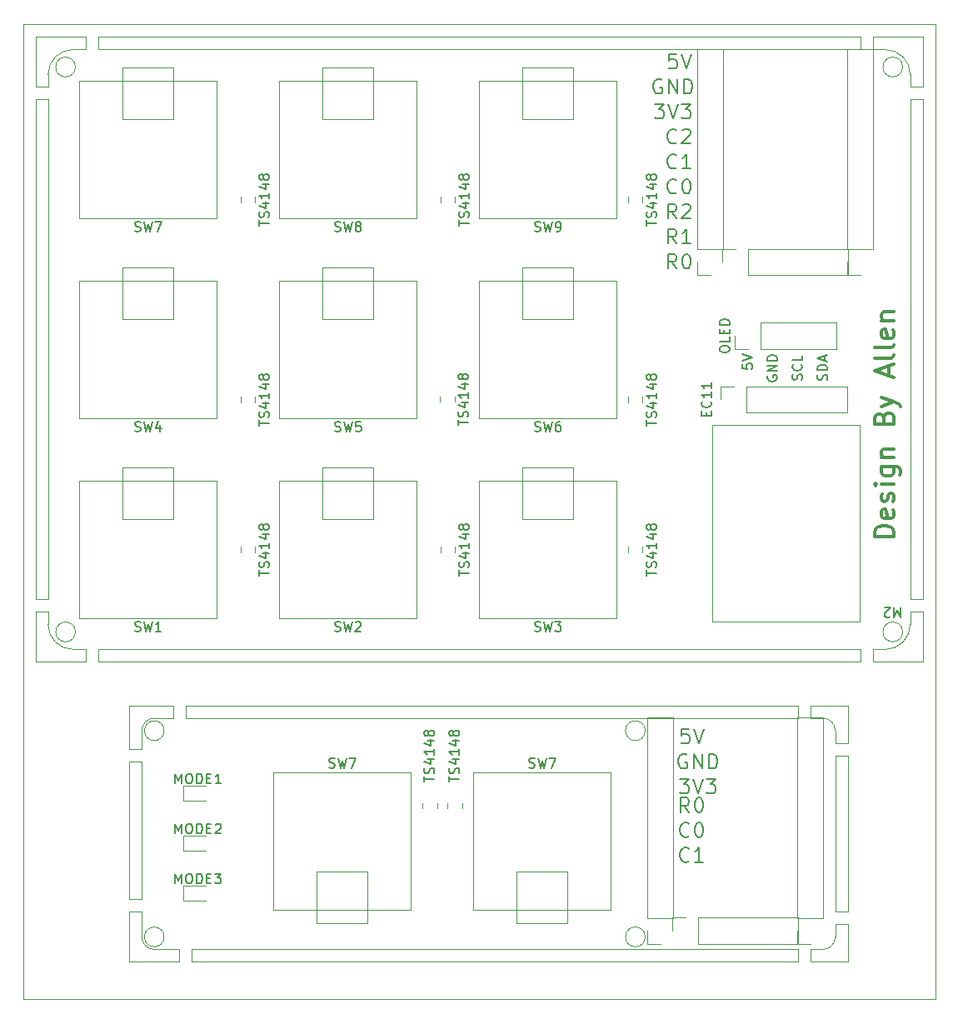
<source format=gbr>
%TF.GenerationSoftware,KiCad,Pcbnew,(6.0.5)*%
%TF.CreationDate,2022-06-14T18:11:56+08:00*%
%TF.ProjectId,keyboard_V4___,6b657962-6f61-4726-945f-56345f087f2e,rev?*%
%TF.SameCoordinates,Original*%
%TF.FileFunction,Legend,Top*%
%TF.FilePolarity,Positive*%
%FSLAX46Y46*%
G04 Gerber Fmt 4.6, Leading zero omitted, Abs format (unit mm)*
G04 Created by KiCad (PCBNEW (6.0.5)) date 2022-06-14 18:11:56*
%MOMM*%
%LPD*%
G01*
G04 APERTURE LIST*
%TA.AperFunction,Profile*%
%ADD10C,0.050000*%
%TD*%
%ADD11C,0.200000*%
%ADD12C,0.150000*%
%ADD13C,0.300000*%
%ADD14C,0.120000*%
G04 APERTURE END LIST*
D10*
X110490000Y-125095000D02*
G75*
G03*
X109220000Y-123825000I-1270000J0D01*
G01*
X40005000Y-146050000D02*
G75*
G03*
X41275000Y-147320000I1270000J0D01*
G01*
X119380000Y-60960000D02*
X118110000Y-60960000D01*
X114300000Y-116840000D02*
X114300000Y-118110000D01*
X30480000Y-113030000D02*
X30480000Y-114300000D01*
X106680000Y-148590000D02*
X106680000Y-147320000D01*
X44450000Y-122555000D02*
X44450000Y-123825000D01*
X40005000Y-125095000D02*
X40005000Y-127000000D01*
X111760000Y-148590000D02*
X111760000Y-144780000D01*
X43241538Y-103567747D02*
X38059938Y-103567747D01*
X38059938Y-103567747D02*
X38059938Y-98356147D01*
X38059938Y-98356147D02*
X43241538Y-98356147D01*
X43241538Y-98356147D02*
X43241538Y-103567747D01*
X110490000Y-126365000D02*
X110490000Y-125095000D01*
X109220000Y-147320000D02*
G75*
G03*
X110490000Y-146050000I0J1270000D01*
G01*
X119380000Y-111760000D02*
X119380000Y-60960000D01*
X113030000Y-55880000D02*
X35560000Y-55880000D01*
X118110000Y-111760000D02*
X119380000Y-111760000D01*
X57789200Y-139414200D02*
X62970800Y-139414200D01*
X62970800Y-139414200D02*
X62970800Y-144666600D01*
X62970800Y-144666600D02*
X57789200Y-144666600D01*
X57789200Y-144666600D02*
X57789200Y-139414200D01*
X113030000Y-55880000D02*
X113030000Y-54610000D01*
X29210000Y-54610000D02*
X29210000Y-59690000D01*
X107950000Y-147320000D02*
X107950000Y-148590000D01*
X35560000Y-116840000D02*
X35560000Y-118110000D01*
X34290000Y-54610000D02*
X34290000Y-55880000D01*
X83870800Y-83235800D02*
X78689200Y-83235800D01*
X78689200Y-83235800D02*
X78689200Y-78054200D01*
X78689200Y-78054200D02*
X83870800Y-78054200D01*
X83870800Y-78054200D02*
X83870800Y-83235800D01*
X40005000Y-128270000D02*
X40005000Y-142240000D01*
X27940000Y-53340000D02*
X120650000Y-53340000D01*
X120650000Y-53340000D02*
X120650000Y-152400000D01*
X120650000Y-152400000D02*
X27940000Y-152400000D01*
X27940000Y-152400000D02*
X27940000Y-53340000D01*
X40005000Y-143510000D02*
X40005000Y-146050000D01*
X114300000Y-55880000D02*
X114300000Y-54610000D01*
X117332000Y-57658000D02*
G75*
G03*
X117332000Y-57658000I-1000000J0D01*
G01*
X110490000Y-144780000D02*
X110490000Y-146050000D01*
X38735000Y-142240000D02*
X38735000Y-128270000D01*
X110490000Y-143510000D02*
X111760000Y-143510000D01*
X111760000Y-143510000D02*
X111760000Y-127635000D01*
X34290000Y-54610000D02*
X29210000Y-54610000D01*
X30480000Y-60960000D02*
X29210000Y-60960000D01*
X83876806Y-103618547D02*
X78695206Y-103618547D01*
X78695206Y-103618547D02*
X78695206Y-98315347D01*
X78695206Y-98315347D02*
X83876806Y-98315347D01*
X83876806Y-98315347D02*
X83876806Y-103618547D01*
X35560000Y-54610000D02*
X35560000Y-55880000D01*
X43241538Y-83255800D02*
X38059938Y-83255800D01*
X38059938Y-83255800D02*
X38059938Y-78054200D01*
X38059938Y-78054200D02*
X43241538Y-78054200D01*
X43241538Y-78054200D02*
X43241538Y-83255800D01*
X111760000Y-144780000D02*
X110490000Y-144780000D01*
X38735000Y-143510000D02*
X40005000Y-143510000D01*
X91170000Y-146050000D02*
G75*
G03*
X91170000Y-146050000I-1000000J0D01*
G01*
X30480000Y-59690000D02*
X30480000Y-58420000D01*
X29210000Y-60960000D02*
X29210000Y-111760000D01*
X119380000Y-54610000D02*
X119380000Y-59690000D01*
X63559172Y-83255800D02*
X58377572Y-83255800D01*
X58377572Y-83255800D02*
X58377572Y-78054200D01*
X58377572Y-78054200D02*
X63559172Y-78054200D01*
X63559172Y-78054200D02*
X63559172Y-83255800D01*
X63550800Y-103575000D02*
X58369200Y-103575000D01*
X58369200Y-103575000D02*
X58369200Y-98322600D01*
X58369200Y-98322600D02*
X63550800Y-98322600D01*
X63550800Y-98322600D02*
X63550800Y-103575000D01*
X33020000Y-55880000D02*
X34290000Y-55880000D01*
X43815000Y-148590000D02*
X43815000Y-147320000D01*
X119380000Y-118110000D02*
X119380000Y-113030000D01*
X43180000Y-123825000D02*
X41275000Y-123825000D01*
X115570000Y-55880000D02*
X114300000Y-55880000D01*
X117332000Y-115062000D02*
G75*
G03*
X117332000Y-115062000I-1000000J0D01*
G01*
X41275000Y-123825000D02*
G75*
G03*
X40005000Y-125095000I0J-1270000D01*
G01*
X40005000Y-127000000D02*
X38735000Y-127000000D01*
X114300000Y-54610000D02*
X119380000Y-54610000D01*
X78109200Y-139398800D02*
X83290800Y-139398800D01*
X83290800Y-139398800D02*
X83290800Y-144651200D01*
X83290800Y-144651200D02*
X78109200Y-144651200D01*
X78109200Y-144651200D02*
X78109200Y-139398800D01*
X118110000Y-60960000D02*
X118110000Y-111760000D01*
X113030000Y-54610000D02*
X35560000Y-54610000D01*
X30480000Y-60960000D02*
X30480000Y-111760000D01*
X106680000Y-147320000D02*
X45085000Y-147320000D01*
X44450000Y-123825000D02*
X106680000Y-123825000D01*
X30480000Y-114300000D02*
G75*
G03*
X33020000Y-116840000I2540000J0D01*
G01*
X42275000Y-125095000D02*
G75*
G03*
X42275000Y-125095000I-1000000J0D01*
G01*
X45085000Y-147320000D02*
X45085000Y-148590000D01*
X110490000Y-127635000D02*
X110490000Y-143510000D01*
X111760000Y-122555000D02*
X111760000Y-126365000D01*
X30480000Y-113030000D02*
X29210000Y-113030000D01*
X107950000Y-148590000D02*
X111760000Y-148590000D01*
X43230800Y-62935800D02*
X38049200Y-62935800D01*
X38049200Y-62935800D02*
X38049200Y-57714200D01*
X38049200Y-57714200D02*
X43230800Y-57714200D01*
X43230800Y-57714200D02*
X43230800Y-62935800D01*
X34290000Y-118110000D02*
X34290000Y-116840000D01*
X38735000Y-122555000D02*
X43180000Y-122555000D01*
X29210000Y-111760000D02*
X30480000Y-111760000D01*
X40005000Y-142240000D02*
X38735000Y-142240000D01*
X111760000Y-127635000D02*
X110490000Y-127635000D01*
X113030000Y-118110000D02*
X113030000Y-116840000D01*
X119380000Y-59690000D02*
X118110000Y-59690000D01*
X106680000Y-122555000D02*
X44450000Y-122555000D01*
X43815000Y-147320000D02*
X41275000Y-147320000D01*
X45085000Y-148590000D02*
X106680000Y-148590000D01*
X115570000Y-116840000D02*
X114300000Y-116840000D01*
X118110000Y-58420000D02*
X118110000Y-59690000D01*
X114300000Y-118110000D02*
X119380000Y-118110000D01*
X109220000Y-123825000D02*
X107950000Y-123825000D01*
X35560000Y-116840000D02*
X113030000Y-116840000D01*
X29210000Y-113030000D02*
X29210000Y-118110000D01*
X107950000Y-123825000D02*
X107950000Y-122555000D01*
X34290000Y-116840000D02*
X33020000Y-116840000D01*
X83870800Y-62925800D02*
X78689200Y-62925800D01*
X78689200Y-62925800D02*
X78689200Y-57683400D01*
X78689200Y-57683400D02*
X83870800Y-57683400D01*
X83870800Y-57683400D02*
X83870800Y-62925800D01*
X38735000Y-127000000D02*
X38735000Y-122555000D01*
X107950000Y-122555000D02*
X111760000Y-122555000D01*
X35560000Y-118110000D02*
X113030000Y-118110000D01*
X33258000Y-57658000D02*
G75*
G03*
X33258000Y-57658000I-1000000J0D01*
G01*
X38735000Y-143510000D02*
X38735000Y-148590000D01*
X91170000Y-125095000D02*
G75*
G03*
X91170000Y-125095000I-1000000J0D01*
G01*
X29210000Y-118110000D02*
X34290000Y-118110000D01*
X33020000Y-55880000D02*
G75*
G03*
X30480000Y-58420000I0J-2540000D01*
G01*
X118110000Y-58420000D02*
G75*
G03*
X115570000Y-55880000I-2540000J0D01*
G01*
X63550800Y-62935800D02*
X58369200Y-62935800D01*
X58369200Y-62935800D02*
X58369200Y-57714200D01*
X58369200Y-57714200D02*
X63550800Y-57714200D01*
X63550800Y-57714200D02*
X63550800Y-62935800D01*
X98000000Y-94000000D02*
X113000000Y-94000000D01*
X113000000Y-94000000D02*
X113000000Y-114000000D01*
X113000000Y-114000000D02*
X98000000Y-114000000D01*
X98000000Y-114000000D02*
X98000000Y-94000000D01*
X29210000Y-59690000D02*
X30480000Y-59690000D01*
X43180000Y-122555000D02*
X43180000Y-123825000D01*
X106680000Y-123825000D02*
X106680000Y-122555000D01*
X42275000Y-146050000D02*
G75*
G03*
X42275000Y-146050000I-1000000J0D01*
G01*
X118110000Y-113030000D02*
X118110000Y-114300000D01*
X115570000Y-116840000D02*
G75*
G03*
X118110000Y-114300000I0J2540000D01*
G01*
X33258000Y-115062000D02*
G75*
G03*
X33258000Y-115062000I-1000000J0D01*
G01*
X38735000Y-148590000D02*
X43815000Y-148590000D01*
X109220000Y-147320000D02*
X107950000Y-147320000D01*
X119380000Y-113030000D02*
X118110000Y-113030000D01*
X111760000Y-126365000D02*
X110490000Y-126365000D01*
X38735000Y-128270000D02*
X40005000Y-128270000D01*
D11*
X94365000Y-70385714D02*
X94293571Y-70457142D01*
X94079285Y-70528571D01*
X93936428Y-70528571D01*
X93722142Y-70457142D01*
X93579285Y-70314285D01*
X93507857Y-70171428D01*
X93436428Y-69885714D01*
X93436428Y-69671428D01*
X93507857Y-69385714D01*
X93579285Y-69242857D01*
X93722142Y-69100000D01*
X93936428Y-69028571D01*
X94079285Y-69028571D01*
X94293571Y-69100000D01*
X94365000Y-69171428D01*
X95293571Y-69028571D02*
X95436428Y-69028571D01*
X95579285Y-69100000D01*
X95650714Y-69171428D01*
X95722142Y-69314285D01*
X95793571Y-69600000D01*
X95793571Y-69957142D01*
X95722142Y-70242857D01*
X95650714Y-70385714D01*
X95579285Y-70457142D01*
X95436428Y-70528571D01*
X95293571Y-70528571D01*
X95150714Y-70457142D01*
X95079285Y-70385714D01*
X95007857Y-70242857D01*
X94936428Y-69957142D01*
X94936428Y-69600000D01*
X95007857Y-69314285D01*
X95079285Y-69171428D01*
X95150714Y-69100000D01*
X95293571Y-69028571D01*
X95635000Y-135790714D02*
X95563571Y-135862142D01*
X95349285Y-135933571D01*
X95206428Y-135933571D01*
X94992142Y-135862142D01*
X94849285Y-135719285D01*
X94777857Y-135576428D01*
X94706428Y-135290714D01*
X94706428Y-135076428D01*
X94777857Y-134790714D01*
X94849285Y-134647857D01*
X94992142Y-134505000D01*
X95206428Y-134433571D01*
X95349285Y-134433571D01*
X95563571Y-134505000D01*
X95635000Y-134576428D01*
X96563571Y-134433571D02*
X96706428Y-134433571D01*
X96849285Y-134505000D01*
X96920714Y-134576428D01*
X96992142Y-134719285D01*
X97063571Y-135005000D01*
X97063571Y-135362142D01*
X96992142Y-135647857D01*
X96920714Y-135790714D01*
X96849285Y-135862142D01*
X96706428Y-135933571D01*
X96563571Y-135933571D01*
X96420714Y-135862142D01*
X96349285Y-135790714D01*
X96277857Y-135647857D01*
X96206428Y-135362142D01*
X96206428Y-135005000D01*
X96277857Y-134719285D01*
X96349285Y-134576428D01*
X96420714Y-134505000D01*
X96563571Y-134433571D01*
X94365000Y-67845714D02*
X94293571Y-67917142D01*
X94079285Y-67988571D01*
X93936428Y-67988571D01*
X93722142Y-67917142D01*
X93579285Y-67774285D01*
X93507857Y-67631428D01*
X93436428Y-67345714D01*
X93436428Y-67131428D01*
X93507857Y-66845714D01*
X93579285Y-66702857D01*
X93722142Y-66560000D01*
X93936428Y-66488571D01*
X94079285Y-66488571D01*
X94293571Y-66560000D01*
X94365000Y-66631428D01*
X95793571Y-67988571D02*
X94936428Y-67988571D01*
X95365000Y-67988571D02*
X95365000Y-66488571D01*
X95222142Y-66702857D01*
X95079285Y-66845714D01*
X94936428Y-66917142D01*
X95635000Y-133393571D02*
X95135000Y-132679285D01*
X94777857Y-133393571D02*
X94777857Y-131893571D01*
X95349285Y-131893571D01*
X95492142Y-131965000D01*
X95563571Y-132036428D01*
X95635000Y-132179285D01*
X95635000Y-132393571D01*
X95563571Y-132536428D01*
X95492142Y-132607857D01*
X95349285Y-132679285D01*
X94777857Y-132679285D01*
X96563571Y-131893571D02*
X96706428Y-131893571D01*
X96849285Y-131965000D01*
X96920714Y-132036428D01*
X96992142Y-132179285D01*
X97063571Y-132465000D01*
X97063571Y-132822142D01*
X96992142Y-133107857D01*
X96920714Y-133250714D01*
X96849285Y-133322142D01*
X96706428Y-133393571D01*
X96563571Y-133393571D01*
X96420714Y-133322142D01*
X96349285Y-133250714D01*
X96277857Y-133107857D01*
X96206428Y-132822142D01*
X96206428Y-132465000D01*
X96277857Y-132179285D01*
X96349285Y-132036428D01*
X96420714Y-131965000D01*
X96563571Y-131893571D01*
X94365000Y-65305714D02*
X94293571Y-65377142D01*
X94079285Y-65448571D01*
X93936428Y-65448571D01*
X93722142Y-65377142D01*
X93579285Y-65234285D01*
X93507857Y-65091428D01*
X93436428Y-64805714D01*
X93436428Y-64591428D01*
X93507857Y-64305714D01*
X93579285Y-64162857D01*
X93722142Y-64020000D01*
X93936428Y-63948571D01*
X94079285Y-63948571D01*
X94293571Y-64020000D01*
X94365000Y-64091428D01*
X94936428Y-64091428D02*
X95007857Y-64020000D01*
X95150714Y-63948571D01*
X95507857Y-63948571D01*
X95650714Y-64020000D01*
X95722142Y-64091428D01*
X95793571Y-64234285D01*
X95793571Y-64377142D01*
X95722142Y-64591428D01*
X94865000Y-65448571D01*
X95793571Y-65448571D01*
X94365000Y-78148571D02*
X93865000Y-77434285D01*
X93507857Y-78148571D02*
X93507857Y-76648571D01*
X94079285Y-76648571D01*
X94222142Y-76720000D01*
X94293571Y-76791428D01*
X94365000Y-76934285D01*
X94365000Y-77148571D01*
X94293571Y-77291428D01*
X94222142Y-77362857D01*
X94079285Y-77434285D01*
X93507857Y-77434285D01*
X95293571Y-76648571D02*
X95436428Y-76648571D01*
X95579285Y-76720000D01*
X95650714Y-76791428D01*
X95722142Y-76934285D01*
X95793571Y-77220000D01*
X95793571Y-77577142D01*
X95722142Y-77862857D01*
X95650714Y-78005714D01*
X95579285Y-78077142D01*
X95436428Y-78148571D01*
X95293571Y-78148571D01*
X95150714Y-78077142D01*
X95079285Y-78005714D01*
X95007857Y-77862857D01*
X94936428Y-77577142D01*
X94936428Y-77220000D01*
X95007857Y-76934285D01*
X95079285Y-76791428D01*
X95150714Y-76720000D01*
X95293571Y-76648571D01*
D12*
X103640000Y-89026904D02*
X103592380Y-89122142D01*
X103592380Y-89265000D01*
X103640000Y-89407857D01*
X103735238Y-89503095D01*
X103830476Y-89550714D01*
X104020952Y-89598333D01*
X104163809Y-89598333D01*
X104354285Y-89550714D01*
X104449523Y-89503095D01*
X104544761Y-89407857D01*
X104592380Y-89265000D01*
X104592380Y-89169761D01*
X104544761Y-89026904D01*
X104497142Y-88979285D01*
X104163809Y-88979285D01*
X104163809Y-89169761D01*
X104592380Y-88550714D02*
X103592380Y-88550714D01*
X104592380Y-87979285D01*
X103592380Y-87979285D01*
X104592380Y-87503095D02*
X103592380Y-87503095D01*
X103592380Y-87265000D01*
X103640000Y-87122142D01*
X103735238Y-87026904D01*
X103830476Y-86979285D01*
X104020952Y-86931666D01*
X104163809Y-86931666D01*
X104354285Y-86979285D01*
X104449523Y-87026904D01*
X104544761Y-87122142D01*
X104592380Y-87265000D01*
X104592380Y-87503095D01*
D13*
X116474761Y-105408571D02*
X114474761Y-105408571D01*
X114474761Y-104932380D01*
X114570000Y-104646666D01*
X114760476Y-104456190D01*
X114950952Y-104360952D01*
X115331904Y-104265714D01*
X115617619Y-104265714D01*
X115998571Y-104360952D01*
X116189047Y-104456190D01*
X116379523Y-104646666D01*
X116474761Y-104932380D01*
X116474761Y-105408571D01*
X116379523Y-102646666D02*
X116474761Y-102837142D01*
X116474761Y-103218095D01*
X116379523Y-103408571D01*
X116189047Y-103503809D01*
X115427142Y-103503809D01*
X115236666Y-103408571D01*
X115141428Y-103218095D01*
X115141428Y-102837142D01*
X115236666Y-102646666D01*
X115427142Y-102551428D01*
X115617619Y-102551428D01*
X115808095Y-103503809D01*
X116379523Y-101789523D02*
X116474761Y-101599047D01*
X116474761Y-101218095D01*
X116379523Y-101027619D01*
X116189047Y-100932380D01*
X116093809Y-100932380D01*
X115903333Y-101027619D01*
X115808095Y-101218095D01*
X115808095Y-101503809D01*
X115712857Y-101694285D01*
X115522380Y-101789523D01*
X115427142Y-101789523D01*
X115236666Y-101694285D01*
X115141428Y-101503809D01*
X115141428Y-101218095D01*
X115236666Y-101027619D01*
X116474761Y-100075238D02*
X115141428Y-100075238D01*
X114474761Y-100075238D02*
X114570000Y-100170476D01*
X114665238Y-100075238D01*
X114570000Y-99980000D01*
X114474761Y-100075238D01*
X114665238Y-100075238D01*
X115141428Y-98265714D02*
X116760476Y-98265714D01*
X116950952Y-98360952D01*
X117046190Y-98456190D01*
X117141428Y-98646666D01*
X117141428Y-98932380D01*
X117046190Y-99122857D01*
X116379523Y-98265714D02*
X116474761Y-98456190D01*
X116474761Y-98837142D01*
X116379523Y-99027619D01*
X116284285Y-99122857D01*
X116093809Y-99218095D01*
X115522380Y-99218095D01*
X115331904Y-99122857D01*
X115236666Y-99027619D01*
X115141428Y-98837142D01*
X115141428Y-98456190D01*
X115236666Y-98265714D01*
X115141428Y-97313333D02*
X116474761Y-97313333D01*
X115331904Y-97313333D02*
X115236666Y-97218095D01*
X115141428Y-97027619D01*
X115141428Y-96741904D01*
X115236666Y-96551428D01*
X115427142Y-96456190D01*
X116474761Y-96456190D01*
X115427142Y-93313333D02*
X115522380Y-93027619D01*
X115617619Y-92932380D01*
X115808095Y-92837142D01*
X116093809Y-92837142D01*
X116284285Y-92932380D01*
X116379523Y-93027619D01*
X116474761Y-93218095D01*
X116474761Y-93980000D01*
X114474761Y-93980000D01*
X114474761Y-93313333D01*
X114570000Y-93122857D01*
X114665238Y-93027619D01*
X114855714Y-92932380D01*
X115046190Y-92932380D01*
X115236666Y-93027619D01*
X115331904Y-93122857D01*
X115427142Y-93313333D01*
X115427142Y-93980000D01*
X115141428Y-92170476D02*
X116474761Y-91694285D01*
X115141428Y-91218095D02*
X116474761Y-91694285D01*
X116950952Y-91884761D01*
X117046190Y-91980000D01*
X117141428Y-92170476D01*
X115903333Y-89027619D02*
X115903333Y-88075238D01*
X116474761Y-89218095D02*
X114474761Y-88551428D01*
X116474761Y-87884761D01*
X116474761Y-86932380D02*
X116379523Y-87122857D01*
X116189047Y-87218095D01*
X114474761Y-87218095D01*
X116474761Y-85884761D02*
X116379523Y-86075238D01*
X116189047Y-86170476D01*
X114474761Y-86170476D01*
X116379523Y-84360952D02*
X116474761Y-84551428D01*
X116474761Y-84932380D01*
X116379523Y-85122857D01*
X116189047Y-85218095D01*
X115427142Y-85218095D01*
X115236666Y-85122857D01*
X115141428Y-84932380D01*
X115141428Y-84551428D01*
X115236666Y-84360952D01*
X115427142Y-84265714D01*
X115617619Y-84265714D01*
X115808095Y-85218095D01*
X115141428Y-83408571D02*
X116474761Y-83408571D01*
X115331904Y-83408571D02*
X115236666Y-83313333D01*
X115141428Y-83122857D01*
X115141428Y-82837142D01*
X115236666Y-82646666D01*
X115427142Y-82551428D01*
X116474761Y-82551428D01*
D12*
X107073959Y-89455476D02*
X107121578Y-89312619D01*
X107121578Y-89074523D01*
X107073959Y-88979285D01*
X107026340Y-88931666D01*
X106931102Y-88884047D01*
X106835864Y-88884047D01*
X106740626Y-88931666D01*
X106693007Y-88979285D01*
X106645388Y-89074523D01*
X106597769Y-89265000D01*
X106550150Y-89360238D01*
X106502531Y-89407857D01*
X106407293Y-89455476D01*
X106312055Y-89455476D01*
X106216817Y-89407857D01*
X106169198Y-89360238D01*
X106121578Y-89265000D01*
X106121578Y-89026904D01*
X106169198Y-88884047D01*
X107026340Y-87884047D02*
X107073959Y-87931666D01*
X107121578Y-88074523D01*
X107121578Y-88169761D01*
X107073959Y-88312619D01*
X106978721Y-88407857D01*
X106883483Y-88455476D01*
X106693007Y-88503095D01*
X106550150Y-88503095D01*
X106359674Y-88455476D01*
X106264436Y-88407857D01*
X106169198Y-88312619D01*
X106121578Y-88169761D01*
X106121578Y-88074523D01*
X106169198Y-87931666D01*
X106216817Y-87884047D01*
X107121578Y-86979285D02*
X107121578Y-87455476D01*
X106121578Y-87455476D01*
X117141523Y-112577619D02*
X117141523Y-113577619D01*
X116808190Y-112863333D01*
X116474857Y-113577619D01*
X116474857Y-112577619D01*
X116046285Y-113482380D02*
X115998666Y-113530000D01*
X115903428Y-113577619D01*
X115665333Y-113577619D01*
X115570095Y-113530000D01*
X115522476Y-113482380D01*
X115474857Y-113387142D01*
X115474857Y-113291904D01*
X115522476Y-113149047D01*
X116093904Y-112577619D01*
X115474857Y-112577619D01*
D11*
X95377142Y-127520000D02*
X95234285Y-127448571D01*
X95020000Y-127448571D01*
X94805714Y-127520000D01*
X94662857Y-127662857D01*
X94591428Y-127805714D01*
X94520000Y-128091428D01*
X94520000Y-128305714D01*
X94591428Y-128591428D01*
X94662857Y-128734285D01*
X94805714Y-128877142D01*
X95020000Y-128948571D01*
X95162857Y-128948571D01*
X95377142Y-128877142D01*
X95448571Y-128805714D01*
X95448571Y-128305714D01*
X95162857Y-128305714D01*
X96091428Y-128948571D02*
X96091428Y-127448571D01*
X96948571Y-128948571D01*
X96948571Y-127448571D01*
X97662857Y-128948571D02*
X97662857Y-127448571D01*
X98020000Y-127448571D01*
X98234285Y-127520000D01*
X98377142Y-127662857D01*
X98448571Y-127805714D01*
X98520000Y-128091428D01*
X98520000Y-128305714D01*
X98448571Y-128591428D01*
X98377142Y-128734285D01*
X98234285Y-128877142D01*
X98020000Y-128948571D01*
X97662857Y-128948571D01*
X92122857Y-61408571D02*
X93051428Y-61408571D01*
X92551428Y-61980000D01*
X92765714Y-61980000D01*
X92908571Y-62051428D01*
X92980000Y-62122857D01*
X93051428Y-62265714D01*
X93051428Y-62622857D01*
X92980000Y-62765714D01*
X92908571Y-62837142D01*
X92765714Y-62908571D01*
X92337142Y-62908571D01*
X92194285Y-62837142D01*
X92122857Y-62765714D01*
X93480000Y-61408571D02*
X93980000Y-62908571D01*
X94480000Y-61408571D01*
X94837142Y-61408571D02*
X95765714Y-61408571D01*
X95265714Y-61980000D01*
X95480000Y-61980000D01*
X95622857Y-62051428D01*
X95694285Y-62122857D01*
X95765714Y-62265714D01*
X95765714Y-62622857D01*
X95694285Y-62765714D01*
X95622857Y-62837142D01*
X95480000Y-62908571D01*
X95051428Y-62908571D01*
X94908571Y-62837142D01*
X94837142Y-62765714D01*
D12*
X109637525Y-89479285D02*
X109685144Y-89336428D01*
X109685144Y-89098333D01*
X109637525Y-89003095D01*
X109589906Y-88955476D01*
X109494668Y-88907857D01*
X109399430Y-88907857D01*
X109304192Y-88955476D01*
X109256573Y-89003095D01*
X109208954Y-89098333D01*
X109161335Y-89288809D01*
X109113716Y-89384047D01*
X109066097Y-89431666D01*
X108970859Y-89479285D01*
X108875621Y-89479285D01*
X108780383Y-89431666D01*
X108732764Y-89384047D01*
X108685144Y-89288809D01*
X108685144Y-89050714D01*
X108732764Y-88907857D01*
X109685144Y-88479285D02*
X108685144Y-88479285D01*
X108685144Y-88241190D01*
X108732764Y-88098333D01*
X108828002Y-88003095D01*
X108923240Y-87955476D01*
X109113716Y-87907857D01*
X109256573Y-87907857D01*
X109447049Y-87955476D01*
X109542287Y-88003095D01*
X109637525Y-88098333D01*
X109685144Y-88241190D01*
X109685144Y-88479285D01*
X109399430Y-87526904D02*
X109399430Y-87050714D01*
X109685144Y-87622142D02*
X108685144Y-87288809D01*
X109685144Y-86955476D01*
D11*
X94662857Y-129988571D02*
X95591428Y-129988571D01*
X95091428Y-130560000D01*
X95305714Y-130560000D01*
X95448571Y-130631428D01*
X95520000Y-130702857D01*
X95591428Y-130845714D01*
X95591428Y-131202857D01*
X95520000Y-131345714D01*
X95448571Y-131417142D01*
X95305714Y-131488571D01*
X94877142Y-131488571D01*
X94734285Y-131417142D01*
X94662857Y-131345714D01*
X96020000Y-129988571D02*
X96520000Y-131488571D01*
X97020000Y-129988571D01*
X97377142Y-129988571D02*
X98305714Y-129988571D01*
X97805714Y-130560000D01*
X98020000Y-130560000D01*
X98162857Y-130631428D01*
X98234285Y-130702857D01*
X98305714Y-130845714D01*
X98305714Y-131202857D01*
X98234285Y-131345714D01*
X98162857Y-131417142D01*
X98020000Y-131488571D01*
X97591428Y-131488571D01*
X97448571Y-131417142D01*
X97377142Y-131345714D01*
X94365000Y-73068571D02*
X93865000Y-72354285D01*
X93507857Y-73068571D02*
X93507857Y-71568571D01*
X94079285Y-71568571D01*
X94222142Y-71640000D01*
X94293571Y-71711428D01*
X94365000Y-71854285D01*
X94365000Y-72068571D01*
X94293571Y-72211428D01*
X94222142Y-72282857D01*
X94079285Y-72354285D01*
X93507857Y-72354285D01*
X94936428Y-71711428D02*
X95007857Y-71640000D01*
X95150714Y-71568571D01*
X95507857Y-71568571D01*
X95650714Y-71640000D01*
X95722142Y-71711428D01*
X95793571Y-71854285D01*
X95793571Y-71997142D01*
X95722142Y-72211428D01*
X94865000Y-73068571D01*
X95793571Y-73068571D01*
X95599285Y-124908571D02*
X94885000Y-124908571D01*
X94813571Y-125622857D01*
X94885000Y-125551428D01*
X95027857Y-125480000D01*
X95385000Y-125480000D01*
X95527857Y-125551428D01*
X95599285Y-125622857D01*
X95670714Y-125765714D01*
X95670714Y-126122857D01*
X95599285Y-126265714D01*
X95527857Y-126337142D01*
X95385000Y-126408571D01*
X95027857Y-126408571D01*
X94885000Y-126337142D01*
X94813571Y-126265714D01*
X96099285Y-124908571D02*
X96599285Y-126408571D01*
X97099285Y-124908571D01*
X95635000Y-138330714D02*
X95563571Y-138402142D01*
X95349285Y-138473571D01*
X95206428Y-138473571D01*
X94992142Y-138402142D01*
X94849285Y-138259285D01*
X94777857Y-138116428D01*
X94706428Y-137830714D01*
X94706428Y-137616428D01*
X94777857Y-137330714D01*
X94849285Y-137187857D01*
X94992142Y-137045000D01*
X95206428Y-136973571D01*
X95349285Y-136973571D01*
X95563571Y-137045000D01*
X95635000Y-137116428D01*
X97063571Y-138473571D02*
X96206428Y-138473571D01*
X96635000Y-138473571D02*
X96635000Y-136973571D01*
X96492142Y-137187857D01*
X96349285Y-137330714D01*
X96206428Y-137402142D01*
D12*
X101062380Y-87820476D02*
X101062380Y-88296666D01*
X101538571Y-88344285D01*
X101490952Y-88296666D01*
X101443333Y-88201428D01*
X101443333Y-87963333D01*
X101490952Y-87868095D01*
X101538571Y-87820476D01*
X101633809Y-87772857D01*
X101871904Y-87772857D01*
X101967142Y-87820476D01*
X102014761Y-87868095D01*
X102062380Y-87963333D01*
X102062380Y-88201428D01*
X102014761Y-88296666D01*
X101967142Y-88344285D01*
X101062380Y-87487142D02*
X102062380Y-87153809D01*
X101062380Y-86820476D01*
D11*
X92837142Y-58940000D02*
X92694285Y-58868571D01*
X92480000Y-58868571D01*
X92265714Y-58940000D01*
X92122857Y-59082857D01*
X92051428Y-59225714D01*
X91980000Y-59511428D01*
X91980000Y-59725714D01*
X92051428Y-60011428D01*
X92122857Y-60154285D01*
X92265714Y-60297142D01*
X92480000Y-60368571D01*
X92622857Y-60368571D01*
X92837142Y-60297142D01*
X92908571Y-60225714D01*
X92908571Y-59725714D01*
X92622857Y-59725714D01*
X93551428Y-60368571D02*
X93551428Y-58868571D01*
X94408571Y-60368571D01*
X94408571Y-58868571D01*
X95122857Y-60368571D02*
X95122857Y-58868571D01*
X95480000Y-58868571D01*
X95694285Y-58940000D01*
X95837142Y-59082857D01*
X95908571Y-59225714D01*
X95980000Y-59511428D01*
X95980000Y-59725714D01*
X95908571Y-60011428D01*
X95837142Y-60154285D01*
X95694285Y-60297142D01*
X95480000Y-60368571D01*
X95122857Y-60368571D01*
X94365000Y-75608571D02*
X93865000Y-74894285D01*
X93507857Y-75608571D02*
X93507857Y-74108571D01*
X94079285Y-74108571D01*
X94222142Y-74180000D01*
X94293571Y-74251428D01*
X94365000Y-74394285D01*
X94365000Y-74608571D01*
X94293571Y-74751428D01*
X94222142Y-74822857D01*
X94079285Y-74894285D01*
X93507857Y-74894285D01*
X95793571Y-75608571D02*
X94936428Y-75608571D01*
X95365000Y-75608571D02*
X95365000Y-74108571D01*
X95222142Y-74322857D01*
X95079285Y-74465714D01*
X94936428Y-74537142D01*
X94329285Y-56328571D02*
X93615000Y-56328571D01*
X93543571Y-57042857D01*
X93615000Y-56971428D01*
X93757857Y-56900000D01*
X94115000Y-56900000D01*
X94257857Y-56971428D01*
X94329285Y-57042857D01*
X94400714Y-57185714D01*
X94400714Y-57542857D01*
X94329285Y-57685714D01*
X94257857Y-57757142D01*
X94115000Y-57828571D01*
X93757857Y-57828571D01*
X93615000Y-57757142D01*
X93543571Y-57685714D01*
X94829285Y-56328571D02*
X95329285Y-57828571D01*
X95829285Y-56328571D01*
D12*
%TO.C,MODE\uFF13*%
X43386666Y-140627380D02*
X43386666Y-139627380D01*
X43720000Y-140341666D01*
X44053333Y-139627380D01*
X44053333Y-140627380D01*
X44720000Y-139627380D02*
X44910476Y-139627380D01*
X45005714Y-139675000D01*
X45100952Y-139770238D01*
X45148571Y-139960714D01*
X45148571Y-140294047D01*
X45100952Y-140484523D01*
X45005714Y-140579761D01*
X44910476Y-140627380D01*
X44720000Y-140627380D01*
X44624761Y-140579761D01*
X44529523Y-140484523D01*
X44481904Y-140294047D01*
X44481904Y-139960714D01*
X44529523Y-139770238D01*
X44624761Y-139675000D01*
X44720000Y-139627380D01*
X45577142Y-140627380D02*
X45577142Y-139627380D01*
X45815238Y-139627380D01*
X45958095Y-139675000D01*
X46053333Y-139770238D01*
X46100952Y-139865476D01*
X46148571Y-140055952D01*
X46148571Y-140198809D01*
X46100952Y-140389285D01*
X46053333Y-140484523D01*
X45958095Y-140579761D01*
X45815238Y-140627380D01*
X45577142Y-140627380D01*
X46577142Y-140103571D02*
X46910476Y-140103571D01*
X47053333Y-140627380D02*
X46577142Y-140627380D01*
X46577142Y-139627380D01*
X47053333Y-139627380D01*
X47434285Y-139627380D02*
X48053333Y-139627380D01*
X47720000Y-140008333D01*
X47862857Y-140008333D01*
X47958095Y-140055952D01*
X48005714Y-140103571D01*
X48053333Y-140198809D01*
X48053333Y-140436904D01*
X48005714Y-140532142D01*
X47958095Y-140579761D01*
X47862857Y-140627380D01*
X47577142Y-140627380D01*
X47481904Y-140579761D01*
X47434285Y-140532142D01*
%TO.C,MODE\uFF12*%
X43386666Y-135547380D02*
X43386666Y-134547380D01*
X43720000Y-135261666D01*
X44053333Y-134547380D01*
X44053333Y-135547380D01*
X44720000Y-134547380D02*
X44910476Y-134547380D01*
X45005714Y-134595000D01*
X45100952Y-134690238D01*
X45148571Y-134880714D01*
X45148571Y-135214047D01*
X45100952Y-135404523D01*
X45005714Y-135499761D01*
X44910476Y-135547380D01*
X44720000Y-135547380D01*
X44624761Y-135499761D01*
X44529523Y-135404523D01*
X44481904Y-135214047D01*
X44481904Y-134880714D01*
X44529523Y-134690238D01*
X44624761Y-134595000D01*
X44720000Y-134547380D01*
X45577142Y-135547380D02*
X45577142Y-134547380D01*
X45815238Y-134547380D01*
X45958095Y-134595000D01*
X46053333Y-134690238D01*
X46100952Y-134785476D01*
X46148571Y-134975952D01*
X46148571Y-135118809D01*
X46100952Y-135309285D01*
X46053333Y-135404523D01*
X45958095Y-135499761D01*
X45815238Y-135547380D01*
X45577142Y-135547380D01*
X46577142Y-135023571D02*
X46910476Y-135023571D01*
X47053333Y-135547380D02*
X46577142Y-135547380D01*
X46577142Y-134547380D01*
X47053333Y-134547380D01*
X47481904Y-134642619D02*
X47529523Y-134595000D01*
X47624761Y-134547380D01*
X47862857Y-134547380D01*
X47958095Y-134595000D01*
X48005714Y-134642619D01*
X48053333Y-134737857D01*
X48053333Y-134833095D01*
X48005714Y-134975952D01*
X47434285Y-135547380D01*
X48053333Y-135547380D01*
%TO.C,MODE\uFF11*%
X43386666Y-130467380D02*
X43386666Y-129467380D01*
X43720000Y-130181666D01*
X44053333Y-129467380D01*
X44053333Y-130467380D01*
X44720000Y-129467380D02*
X44910476Y-129467380D01*
X45005714Y-129515000D01*
X45100952Y-129610238D01*
X45148571Y-129800714D01*
X45148571Y-130134047D01*
X45100952Y-130324523D01*
X45005714Y-130419761D01*
X44910476Y-130467380D01*
X44720000Y-130467380D01*
X44624761Y-130419761D01*
X44529523Y-130324523D01*
X44481904Y-130134047D01*
X44481904Y-129800714D01*
X44529523Y-129610238D01*
X44624761Y-129515000D01*
X44720000Y-129467380D01*
X45577142Y-130467380D02*
X45577142Y-129467380D01*
X45815238Y-129467380D01*
X45958095Y-129515000D01*
X46053333Y-129610238D01*
X46100952Y-129705476D01*
X46148571Y-129895952D01*
X46148571Y-130038809D01*
X46100952Y-130229285D01*
X46053333Y-130324523D01*
X45958095Y-130419761D01*
X45815238Y-130467380D01*
X45577142Y-130467380D01*
X46577142Y-129943571D02*
X46910476Y-129943571D01*
X47053333Y-130467380D02*
X46577142Y-130467380D01*
X46577142Y-129467380D01*
X47053333Y-129467380D01*
X48053333Y-130467380D02*
X47481904Y-130467380D01*
X47767619Y-130467380D02*
X47767619Y-129467380D01*
X47672380Y-129610238D01*
X47577142Y-129705476D01*
X47481904Y-129753095D01*
%TO.C,TS4148*%
X72179057Y-94067909D02*
X72179057Y-93496481D01*
X73179057Y-93782195D02*
X72179057Y-93782195D01*
X73131438Y-93210766D02*
X73179057Y-93067909D01*
X73179057Y-92829814D01*
X73131438Y-92734576D01*
X73083819Y-92686957D01*
X72988581Y-92639338D01*
X72893343Y-92639338D01*
X72798105Y-92686957D01*
X72750486Y-92734576D01*
X72702867Y-92829814D01*
X72655248Y-93020290D01*
X72607629Y-93115528D01*
X72560010Y-93163147D01*
X72464772Y-93210766D01*
X72369534Y-93210766D01*
X72274296Y-93163147D01*
X72226677Y-93115528D01*
X72179057Y-93020290D01*
X72179057Y-92782195D01*
X72226677Y-92639338D01*
X72512391Y-91782195D02*
X73179057Y-91782195D01*
X72131438Y-92020290D02*
X72845724Y-92258385D01*
X72845724Y-91639338D01*
X73179057Y-90734576D02*
X73179057Y-91306004D01*
X73179057Y-91020290D02*
X72179057Y-91020290D01*
X72321915Y-91115528D01*
X72417153Y-91210766D01*
X72464772Y-91306004D01*
X72512391Y-89877433D02*
X73179057Y-89877433D01*
X72131438Y-90115528D02*
X72845724Y-90353623D01*
X72845724Y-89734576D01*
X72607629Y-89210766D02*
X72560010Y-89306004D01*
X72512391Y-89353623D01*
X72417153Y-89401243D01*
X72369534Y-89401243D01*
X72274296Y-89353623D01*
X72226677Y-89306004D01*
X72179057Y-89210766D01*
X72179057Y-89020290D01*
X72226677Y-88925052D01*
X72274296Y-88877433D01*
X72369534Y-88829814D01*
X72417153Y-88829814D01*
X72512391Y-88877433D01*
X72560010Y-88925052D01*
X72607629Y-89020290D01*
X72607629Y-89210766D01*
X72655248Y-89306004D01*
X72702867Y-89353623D01*
X72798105Y-89401243D01*
X72988581Y-89401243D01*
X73083819Y-89353623D01*
X73131438Y-89306004D01*
X73179057Y-89210766D01*
X73179057Y-89020290D01*
X73131438Y-88925052D01*
X73083819Y-88877433D01*
X72988581Y-88829814D01*
X72798105Y-88829814D01*
X72702867Y-88877433D01*
X72655248Y-88925052D01*
X72607629Y-89020290D01*
%TO.C,SW7*%
X39306666Y-74318761D02*
X39449523Y-74366380D01*
X39687619Y-74366380D01*
X39782857Y-74318761D01*
X39830476Y-74271142D01*
X39878095Y-74175904D01*
X39878095Y-74080666D01*
X39830476Y-73985428D01*
X39782857Y-73937809D01*
X39687619Y-73890190D01*
X39497142Y-73842571D01*
X39401904Y-73794952D01*
X39354285Y-73747333D01*
X39306666Y-73652095D01*
X39306666Y-73556857D01*
X39354285Y-73461619D01*
X39401904Y-73414000D01*
X39497142Y-73366380D01*
X39735238Y-73366380D01*
X39878095Y-73414000D01*
X40211428Y-73366380D02*
X40449523Y-74366380D01*
X40640000Y-73652095D01*
X40830476Y-74366380D01*
X41068571Y-73366380D01*
X41354285Y-73366380D02*
X42020952Y-73366380D01*
X41592380Y-74366380D01*
%TO.C,SW8*%
X59626666Y-74318761D02*
X59769523Y-74366380D01*
X60007619Y-74366380D01*
X60102857Y-74318761D01*
X60150476Y-74271142D01*
X60198095Y-74175904D01*
X60198095Y-74080666D01*
X60150476Y-73985428D01*
X60102857Y-73937809D01*
X60007619Y-73890190D01*
X59817142Y-73842571D01*
X59721904Y-73794952D01*
X59674285Y-73747333D01*
X59626666Y-73652095D01*
X59626666Y-73556857D01*
X59674285Y-73461619D01*
X59721904Y-73414000D01*
X59817142Y-73366380D01*
X60055238Y-73366380D01*
X60198095Y-73414000D01*
X60531428Y-73366380D02*
X60769523Y-74366380D01*
X60960000Y-73652095D01*
X61150476Y-74366380D01*
X61388571Y-73366380D01*
X61912380Y-73794952D02*
X61817142Y-73747333D01*
X61769523Y-73699714D01*
X61721904Y-73604476D01*
X61721904Y-73556857D01*
X61769523Y-73461619D01*
X61817142Y-73414000D01*
X61912380Y-73366380D01*
X62102857Y-73366380D01*
X62198095Y-73414000D01*
X62245714Y-73461619D01*
X62293333Y-73556857D01*
X62293333Y-73604476D01*
X62245714Y-73699714D01*
X62198095Y-73747333D01*
X62102857Y-73794952D01*
X61912380Y-73794952D01*
X61817142Y-73842571D01*
X61769523Y-73890190D01*
X61721904Y-73985428D01*
X61721904Y-74175904D01*
X61769523Y-74271142D01*
X61817142Y-74318761D01*
X61912380Y-74366380D01*
X62102857Y-74366380D01*
X62198095Y-74318761D01*
X62245714Y-74271142D01*
X62293333Y-74175904D01*
X62293333Y-73985428D01*
X62245714Y-73890190D01*
X62198095Y-73842571D01*
X62102857Y-73794952D01*
%TO.C,TS4148*%
X51932380Y-73786666D02*
X51932380Y-73215238D01*
X52932380Y-73500952D02*
X51932380Y-73500952D01*
X52884761Y-72929523D02*
X52932380Y-72786666D01*
X52932380Y-72548571D01*
X52884761Y-72453333D01*
X52837142Y-72405714D01*
X52741904Y-72358095D01*
X52646666Y-72358095D01*
X52551428Y-72405714D01*
X52503809Y-72453333D01*
X52456190Y-72548571D01*
X52408571Y-72739047D01*
X52360952Y-72834285D01*
X52313333Y-72881904D01*
X52218095Y-72929523D01*
X52122857Y-72929523D01*
X52027619Y-72881904D01*
X51980000Y-72834285D01*
X51932380Y-72739047D01*
X51932380Y-72500952D01*
X51980000Y-72358095D01*
X52265714Y-71500952D02*
X52932380Y-71500952D01*
X51884761Y-71739047D02*
X52599047Y-71977142D01*
X52599047Y-71358095D01*
X52932380Y-70453333D02*
X52932380Y-71024761D01*
X52932380Y-70739047D02*
X51932380Y-70739047D01*
X52075238Y-70834285D01*
X52170476Y-70929523D01*
X52218095Y-71024761D01*
X52265714Y-69596190D02*
X52932380Y-69596190D01*
X51884761Y-69834285D02*
X52599047Y-70072380D01*
X52599047Y-69453333D01*
X52360952Y-68929523D02*
X52313333Y-69024761D01*
X52265714Y-69072380D01*
X52170476Y-69120000D01*
X52122857Y-69120000D01*
X52027619Y-69072380D01*
X51980000Y-69024761D01*
X51932380Y-68929523D01*
X51932380Y-68739047D01*
X51980000Y-68643809D01*
X52027619Y-68596190D01*
X52122857Y-68548571D01*
X52170476Y-68548571D01*
X52265714Y-68596190D01*
X52313333Y-68643809D01*
X52360952Y-68739047D01*
X52360952Y-68929523D01*
X52408571Y-69024761D01*
X52456190Y-69072380D01*
X52551428Y-69120000D01*
X52741904Y-69120000D01*
X52837142Y-69072380D01*
X52884761Y-69024761D01*
X52932380Y-68929523D01*
X52932380Y-68739047D01*
X52884761Y-68643809D01*
X52837142Y-68596190D01*
X52741904Y-68548571D01*
X52551428Y-68548571D01*
X52456190Y-68596190D01*
X52408571Y-68643809D01*
X52360952Y-68739047D01*
X72252380Y-109346666D02*
X72252380Y-108775238D01*
X73252380Y-109060952D02*
X72252380Y-109060952D01*
X73204761Y-108489523D02*
X73252380Y-108346666D01*
X73252380Y-108108571D01*
X73204761Y-108013333D01*
X73157142Y-107965714D01*
X73061904Y-107918095D01*
X72966666Y-107918095D01*
X72871428Y-107965714D01*
X72823809Y-108013333D01*
X72776190Y-108108571D01*
X72728571Y-108299047D01*
X72680952Y-108394285D01*
X72633333Y-108441904D01*
X72538095Y-108489523D01*
X72442857Y-108489523D01*
X72347619Y-108441904D01*
X72300000Y-108394285D01*
X72252380Y-108299047D01*
X72252380Y-108060952D01*
X72300000Y-107918095D01*
X72585714Y-107060952D02*
X73252380Y-107060952D01*
X72204761Y-107299047D02*
X72919047Y-107537142D01*
X72919047Y-106918095D01*
X73252380Y-106013333D02*
X73252380Y-106584761D01*
X73252380Y-106299047D02*
X72252380Y-106299047D01*
X72395238Y-106394285D01*
X72490476Y-106489523D01*
X72538095Y-106584761D01*
X72585714Y-105156190D02*
X73252380Y-105156190D01*
X72204761Y-105394285D02*
X72919047Y-105632380D01*
X72919047Y-105013333D01*
X72680952Y-104489523D02*
X72633333Y-104584761D01*
X72585714Y-104632380D01*
X72490476Y-104680000D01*
X72442857Y-104680000D01*
X72347619Y-104632380D01*
X72300000Y-104584761D01*
X72252380Y-104489523D01*
X72252380Y-104299047D01*
X72300000Y-104203809D01*
X72347619Y-104156190D01*
X72442857Y-104108571D01*
X72490476Y-104108571D01*
X72585714Y-104156190D01*
X72633333Y-104203809D01*
X72680952Y-104299047D01*
X72680952Y-104489523D01*
X72728571Y-104584761D01*
X72776190Y-104632380D01*
X72871428Y-104680000D01*
X73061904Y-104680000D01*
X73157142Y-104632380D01*
X73204761Y-104584761D01*
X73252380Y-104489523D01*
X73252380Y-104299047D01*
X73204761Y-104203809D01*
X73157142Y-104156190D01*
X73061904Y-104108571D01*
X72871428Y-104108571D01*
X72776190Y-104156190D01*
X72728571Y-104203809D01*
X72680952Y-104299047D01*
X91302380Y-73786666D02*
X91302380Y-73215238D01*
X92302380Y-73500952D02*
X91302380Y-73500952D01*
X92254761Y-72929523D02*
X92302380Y-72786666D01*
X92302380Y-72548571D01*
X92254761Y-72453333D01*
X92207142Y-72405714D01*
X92111904Y-72358095D01*
X92016666Y-72358095D01*
X91921428Y-72405714D01*
X91873809Y-72453333D01*
X91826190Y-72548571D01*
X91778571Y-72739047D01*
X91730952Y-72834285D01*
X91683333Y-72881904D01*
X91588095Y-72929523D01*
X91492857Y-72929523D01*
X91397619Y-72881904D01*
X91350000Y-72834285D01*
X91302380Y-72739047D01*
X91302380Y-72500952D01*
X91350000Y-72358095D01*
X91635714Y-71500952D02*
X92302380Y-71500952D01*
X91254761Y-71739047D02*
X91969047Y-71977142D01*
X91969047Y-71358095D01*
X92302380Y-70453333D02*
X92302380Y-71024761D01*
X92302380Y-70739047D02*
X91302380Y-70739047D01*
X91445238Y-70834285D01*
X91540476Y-70929523D01*
X91588095Y-71024761D01*
X91635714Y-69596190D02*
X92302380Y-69596190D01*
X91254761Y-69834285D02*
X91969047Y-70072380D01*
X91969047Y-69453333D01*
X91730952Y-68929523D02*
X91683333Y-69024761D01*
X91635714Y-69072380D01*
X91540476Y-69120000D01*
X91492857Y-69120000D01*
X91397619Y-69072380D01*
X91350000Y-69024761D01*
X91302380Y-68929523D01*
X91302380Y-68739047D01*
X91350000Y-68643809D01*
X91397619Y-68596190D01*
X91492857Y-68548571D01*
X91540476Y-68548571D01*
X91635714Y-68596190D01*
X91683333Y-68643809D01*
X91730952Y-68739047D01*
X91730952Y-68929523D01*
X91778571Y-69024761D01*
X91826190Y-69072380D01*
X91921428Y-69120000D01*
X92111904Y-69120000D01*
X92207142Y-69072380D01*
X92254761Y-69024761D01*
X92302380Y-68929523D01*
X92302380Y-68739047D01*
X92254761Y-68643809D01*
X92207142Y-68596190D01*
X92111904Y-68548571D01*
X91921428Y-68548571D01*
X91826190Y-68596190D01*
X91778571Y-68643809D01*
X91730952Y-68739047D01*
X51932380Y-94106666D02*
X51932380Y-93535238D01*
X52932380Y-93820952D02*
X51932380Y-93820952D01*
X52884761Y-93249523D02*
X52932380Y-93106666D01*
X52932380Y-92868571D01*
X52884761Y-92773333D01*
X52837142Y-92725714D01*
X52741904Y-92678095D01*
X52646666Y-92678095D01*
X52551428Y-92725714D01*
X52503809Y-92773333D01*
X52456190Y-92868571D01*
X52408571Y-93059047D01*
X52360952Y-93154285D01*
X52313333Y-93201904D01*
X52218095Y-93249523D01*
X52122857Y-93249523D01*
X52027619Y-93201904D01*
X51980000Y-93154285D01*
X51932380Y-93059047D01*
X51932380Y-92820952D01*
X51980000Y-92678095D01*
X52265714Y-91820952D02*
X52932380Y-91820952D01*
X51884761Y-92059047D02*
X52599047Y-92297142D01*
X52599047Y-91678095D01*
X52932380Y-90773333D02*
X52932380Y-91344761D01*
X52932380Y-91059047D02*
X51932380Y-91059047D01*
X52075238Y-91154285D01*
X52170476Y-91249523D01*
X52218095Y-91344761D01*
X52265714Y-89916190D02*
X52932380Y-89916190D01*
X51884761Y-90154285D02*
X52599047Y-90392380D01*
X52599047Y-89773333D01*
X52360952Y-89249523D02*
X52313333Y-89344761D01*
X52265714Y-89392380D01*
X52170476Y-89440000D01*
X52122857Y-89440000D01*
X52027619Y-89392380D01*
X51980000Y-89344761D01*
X51932380Y-89249523D01*
X51932380Y-89059047D01*
X51980000Y-88963809D01*
X52027619Y-88916190D01*
X52122857Y-88868571D01*
X52170476Y-88868571D01*
X52265714Y-88916190D01*
X52313333Y-88963809D01*
X52360952Y-89059047D01*
X52360952Y-89249523D01*
X52408571Y-89344761D01*
X52456190Y-89392380D01*
X52551428Y-89440000D01*
X52741904Y-89440000D01*
X52837142Y-89392380D01*
X52884761Y-89344761D01*
X52932380Y-89249523D01*
X52932380Y-89059047D01*
X52884761Y-88963809D01*
X52837142Y-88916190D01*
X52741904Y-88868571D01*
X52551428Y-88868571D01*
X52456190Y-88916190D01*
X52408571Y-88963809D01*
X52360952Y-89059047D01*
%TO.C,SW3*%
X79946666Y-114958761D02*
X80089523Y-115006380D01*
X80327619Y-115006380D01*
X80422857Y-114958761D01*
X80470476Y-114911142D01*
X80518095Y-114815904D01*
X80518095Y-114720666D01*
X80470476Y-114625428D01*
X80422857Y-114577809D01*
X80327619Y-114530190D01*
X80137142Y-114482571D01*
X80041904Y-114434952D01*
X79994285Y-114387333D01*
X79946666Y-114292095D01*
X79946666Y-114196857D01*
X79994285Y-114101619D01*
X80041904Y-114054000D01*
X80137142Y-114006380D01*
X80375238Y-114006380D01*
X80518095Y-114054000D01*
X80851428Y-114006380D02*
X81089523Y-115006380D01*
X81280000Y-114292095D01*
X81470476Y-115006380D01*
X81708571Y-114006380D01*
X81994285Y-114006380D02*
X82613333Y-114006380D01*
X82280000Y-114387333D01*
X82422857Y-114387333D01*
X82518095Y-114434952D01*
X82565714Y-114482571D01*
X82613333Y-114577809D01*
X82613333Y-114815904D01*
X82565714Y-114911142D01*
X82518095Y-114958761D01*
X82422857Y-115006380D01*
X82137142Y-115006380D01*
X82041904Y-114958761D01*
X81994285Y-114911142D01*
%TO.C,SW7*%
X59046666Y-128830761D02*
X59189523Y-128878380D01*
X59427619Y-128878380D01*
X59522857Y-128830761D01*
X59570476Y-128783142D01*
X59618095Y-128687904D01*
X59618095Y-128592666D01*
X59570476Y-128497428D01*
X59522857Y-128449809D01*
X59427619Y-128402190D01*
X59237142Y-128354571D01*
X59141904Y-128306952D01*
X59094285Y-128259333D01*
X59046666Y-128164095D01*
X59046666Y-128068857D01*
X59094285Y-127973619D01*
X59141904Y-127926000D01*
X59237142Y-127878380D01*
X59475238Y-127878380D01*
X59618095Y-127926000D01*
X59951428Y-127878380D02*
X60189523Y-128878380D01*
X60380000Y-128164095D01*
X60570476Y-128878380D01*
X60808571Y-127878380D01*
X61094285Y-127878380D02*
X61760952Y-127878380D01*
X61332380Y-128878380D01*
X79366666Y-128830761D02*
X79509523Y-128878380D01*
X79747619Y-128878380D01*
X79842857Y-128830761D01*
X79890476Y-128783142D01*
X79938095Y-128687904D01*
X79938095Y-128592666D01*
X79890476Y-128497428D01*
X79842857Y-128449809D01*
X79747619Y-128402190D01*
X79557142Y-128354571D01*
X79461904Y-128306952D01*
X79414285Y-128259333D01*
X79366666Y-128164095D01*
X79366666Y-128068857D01*
X79414285Y-127973619D01*
X79461904Y-127926000D01*
X79557142Y-127878380D01*
X79795238Y-127878380D01*
X79938095Y-127926000D01*
X80271428Y-127878380D02*
X80509523Y-128878380D01*
X80700000Y-128164095D01*
X80890476Y-128878380D01*
X81128571Y-127878380D01*
X81414285Y-127878380D02*
X82080952Y-127878380D01*
X81652380Y-128878380D01*
%TO.C,SW2*%
X59626666Y-114958761D02*
X59769523Y-115006380D01*
X60007619Y-115006380D01*
X60102857Y-114958761D01*
X60150476Y-114911142D01*
X60198095Y-114815904D01*
X60198095Y-114720666D01*
X60150476Y-114625428D01*
X60102857Y-114577809D01*
X60007619Y-114530190D01*
X59817142Y-114482571D01*
X59721904Y-114434952D01*
X59674285Y-114387333D01*
X59626666Y-114292095D01*
X59626666Y-114196857D01*
X59674285Y-114101619D01*
X59721904Y-114054000D01*
X59817142Y-114006380D01*
X60055238Y-114006380D01*
X60198095Y-114054000D01*
X60531428Y-114006380D02*
X60769523Y-115006380D01*
X60960000Y-114292095D01*
X61150476Y-115006380D01*
X61388571Y-114006380D01*
X61721904Y-114101619D02*
X61769523Y-114054000D01*
X61864761Y-114006380D01*
X62102857Y-114006380D01*
X62198095Y-114054000D01*
X62245714Y-114101619D01*
X62293333Y-114196857D01*
X62293333Y-114292095D01*
X62245714Y-114434952D01*
X61674285Y-115006380D01*
X62293333Y-115006380D01*
%TO.C,SW4*%
X39306666Y-94638761D02*
X39449523Y-94686380D01*
X39687619Y-94686380D01*
X39782857Y-94638761D01*
X39830476Y-94591142D01*
X39878095Y-94495904D01*
X39878095Y-94400666D01*
X39830476Y-94305428D01*
X39782857Y-94257809D01*
X39687619Y-94210190D01*
X39497142Y-94162571D01*
X39401904Y-94114952D01*
X39354285Y-94067333D01*
X39306666Y-93972095D01*
X39306666Y-93876857D01*
X39354285Y-93781619D01*
X39401904Y-93734000D01*
X39497142Y-93686380D01*
X39735238Y-93686380D01*
X39878095Y-93734000D01*
X40211428Y-93686380D02*
X40449523Y-94686380D01*
X40640000Y-93972095D01*
X40830476Y-94686380D01*
X41068571Y-93686380D01*
X41878095Y-94019714D02*
X41878095Y-94686380D01*
X41640000Y-93638761D02*
X41401904Y-94353047D01*
X42020952Y-94353047D01*
%TO.C,TS4148*%
X71262380Y-130301666D02*
X71262380Y-129730238D01*
X72262380Y-130015952D02*
X71262380Y-130015952D01*
X72214761Y-129444523D02*
X72262380Y-129301666D01*
X72262380Y-129063571D01*
X72214761Y-128968333D01*
X72167142Y-128920714D01*
X72071904Y-128873095D01*
X71976666Y-128873095D01*
X71881428Y-128920714D01*
X71833809Y-128968333D01*
X71786190Y-129063571D01*
X71738571Y-129254047D01*
X71690952Y-129349285D01*
X71643333Y-129396904D01*
X71548095Y-129444523D01*
X71452857Y-129444523D01*
X71357619Y-129396904D01*
X71310000Y-129349285D01*
X71262380Y-129254047D01*
X71262380Y-129015952D01*
X71310000Y-128873095D01*
X71595714Y-128015952D02*
X72262380Y-128015952D01*
X71214761Y-128254047D02*
X71929047Y-128492142D01*
X71929047Y-127873095D01*
X72262380Y-126968333D02*
X72262380Y-127539761D01*
X72262380Y-127254047D02*
X71262380Y-127254047D01*
X71405238Y-127349285D01*
X71500476Y-127444523D01*
X71548095Y-127539761D01*
X71595714Y-126111190D02*
X72262380Y-126111190D01*
X71214761Y-126349285D02*
X71929047Y-126587380D01*
X71929047Y-125968333D01*
X71690952Y-125444523D02*
X71643333Y-125539761D01*
X71595714Y-125587380D01*
X71500476Y-125635000D01*
X71452857Y-125635000D01*
X71357619Y-125587380D01*
X71310000Y-125539761D01*
X71262380Y-125444523D01*
X71262380Y-125254047D01*
X71310000Y-125158809D01*
X71357619Y-125111190D01*
X71452857Y-125063571D01*
X71500476Y-125063571D01*
X71595714Y-125111190D01*
X71643333Y-125158809D01*
X71690952Y-125254047D01*
X71690952Y-125444523D01*
X71738571Y-125539761D01*
X71786190Y-125587380D01*
X71881428Y-125635000D01*
X72071904Y-125635000D01*
X72167142Y-125587380D01*
X72214761Y-125539761D01*
X72262380Y-125444523D01*
X72262380Y-125254047D01*
X72214761Y-125158809D01*
X72167142Y-125111190D01*
X72071904Y-125063571D01*
X71881428Y-125063571D01*
X71786190Y-125111190D01*
X71738571Y-125158809D01*
X71690952Y-125254047D01*
%TO.C,SW5*%
X59645884Y-94648370D02*
X59788741Y-94695989D01*
X60026837Y-94695989D01*
X60122075Y-94648370D01*
X60169694Y-94600751D01*
X60217313Y-94505513D01*
X60217313Y-94410275D01*
X60169694Y-94315037D01*
X60122075Y-94267418D01*
X60026837Y-94219799D01*
X59836360Y-94172180D01*
X59741122Y-94124561D01*
X59693503Y-94076942D01*
X59645884Y-93981704D01*
X59645884Y-93886466D01*
X59693503Y-93791228D01*
X59741122Y-93743609D01*
X59836360Y-93695989D01*
X60074456Y-93695989D01*
X60217313Y-93743609D01*
X60550646Y-93695989D02*
X60788741Y-94695989D01*
X60979218Y-93981704D01*
X61169694Y-94695989D01*
X61407789Y-93695989D01*
X62264932Y-93695989D02*
X61788741Y-93695989D01*
X61741122Y-94172180D01*
X61788741Y-94124561D01*
X61883979Y-94076942D01*
X62122075Y-94076942D01*
X62217313Y-94124561D01*
X62264932Y-94172180D01*
X62312551Y-94267418D01*
X62312551Y-94505513D01*
X62264932Y-94600751D01*
X62217313Y-94648370D01*
X62122075Y-94695989D01*
X61883979Y-94695989D01*
X61788741Y-94648370D01*
X61741122Y-94600751D01*
%TO.C,SW9*%
X79946666Y-74318761D02*
X80089523Y-74366380D01*
X80327619Y-74366380D01*
X80422857Y-74318761D01*
X80470476Y-74271142D01*
X80518095Y-74175904D01*
X80518095Y-74080666D01*
X80470476Y-73985428D01*
X80422857Y-73937809D01*
X80327619Y-73890190D01*
X80137142Y-73842571D01*
X80041904Y-73794952D01*
X79994285Y-73747333D01*
X79946666Y-73652095D01*
X79946666Y-73556857D01*
X79994285Y-73461619D01*
X80041904Y-73414000D01*
X80137142Y-73366380D01*
X80375238Y-73366380D01*
X80518095Y-73414000D01*
X80851428Y-73366380D02*
X81089523Y-74366380D01*
X81280000Y-73652095D01*
X81470476Y-74366380D01*
X81708571Y-73366380D01*
X82137142Y-74366380D02*
X82327619Y-74366380D01*
X82422857Y-74318761D01*
X82470476Y-74271142D01*
X82565714Y-74128285D01*
X82613333Y-73937809D01*
X82613333Y-73556857D01*
X82565714Y-73461619D01*
X82518095Y-73414000D01*
X82422857Y-73366380D01*
X82232380Y-73366380D01*
X82137142Y-73414000D01*
X82089523Y-73461619D01*
X82041904Y-73556857D01*
X82041904Y-73794952D01*
X82089523Y-73890190D01*
X82137142Y-73937809D01*
X82232380Y-73985428D01*
X82422857Y-73985428D01*
X82518095Y-73937809D01*
X82565714Y-73890190D01*
X82613333Y-73794952D01*
%TO.C,TS4148*%
X91302380Y-109346666D02*
X91302380Y-108775238D01*
X92302380Y-109060952D02*
X91302380Y-109060952D01*
X92254761Y-108489523D02*
X92302380Y-108346666D01*
X92302380Y-108108571D01*
X92254761Y-108013333D01*
X92207142Y-107965714D01*
X92111904Y-107918095D01*
X92016666Y-107918095D01*
X91921428Y-107965714D01*
X91873809Y-108013333D01*
X91826190Y-108108571D01*
X91778571Y-108299047D01*
X91730952Y-108394285D01*
X91683333Y-108441904D01*
X91588095Y-108489523D01*
X91492857Y-108489523D01*
X91397619Y-108441904D01*
X91350000Y-108394285D01*
X91302380Y-108299047D01*
X91302380Y-108060952D01*
X91350000Y-107918095D01*
X91635714Y-107060952D02*
X92302380Y-107060952D01*
X91254761Y-107299047D02*
X91969047Y-107537142D01*
X91969047Y-106918095D01*
X92302380Y-106013333D02*
X92302380Y-106584761D01*
X92302380Y-106299047D02*
X91302380Y-106299047D01*
X91445238Y-106394285D01*
X91540476Y-106489523D01*
X91588095Y-106584761D01*
X91635714Y-105156190D02*
X92302380Y-105156190D01*
X91254761Y-105394285D02*
X91969047Y-105632380D01*
X91969047Y-105013333D01*
X91730952Y-104489523D02*
X91683333Y-104584761D01*
X91635714Y-104632380D01*
X91540476Y-104680000D01*
X91492857Y-104680000D01*
X91397619Y-104632380D01*
X91350000Y-104584761D01*
X91302380Y-104489523D01*
X91302380Y-104299047D01*
X91350000Y-104203809D01*
X91397619Y-104156190D01*
X91492857Y-104108571D01*
X91540476Y-104108571D01*
X91635714Y-104156190D01*
X91683333Y-104203809D01*
X91730952Y-104299047D01*
X91730952Y-104489523D01*
X91778571Y-104584761D01*
X91826190Y-104632380D01*
X91921428Y-104680000D01*
X92111904Y-104680000D01*
X92207142Y-104632380D01*
X92254761Y-104584761D01*
X92302380Y-104489523D01*
X92302380Y-104299047D01*
X92254761Y-104203809D01*
X92207142Y-104156190D01*
X92111904Y-104108571D01*
X91921428Y-104108571D01*
X91826190Y-104156190D01*
X91778571Y-104203809D01*
X91730952Y-104299047D01*
%TO.C,SW6*%
X79946666Y-94638761D02*
X80089523Y-94686380D01*
X80327619Y-94686380D01*
X80422857Y-94638761D01*
X80470476Y-94591142D01*
X80518095Y-94495904D01*
X80518095Y-94400666D01*
X80470476Y-94305428D01*
X80422857Y-94257809D01*
X80327619Y-94210190D01*
X80137142Y-94162571D01*
X80041904Y-94114952D01*
X79994285Y-94067333D01*
X79946666Y-93972095D01*
X79946666Y-93876857D01*
X79994285Y-93781619D01*
X80041904Y-93734000D01*
X80137142Y-93686380D01*
X80375238Y-93686380D01*
X80518095Y-93734000D01*
X80851428Y-93686380D02*
X81089523Y-94686380D01*
X81280000Y-93972095D01*
X81470476Y-94686380D01*
X81708571Y-93686380D01*
X82518095Y-93686380D02*
X82327619Y-93686380D01*
X82232380Y-93734000D01*
X82184761Y-93781619D01*
X82089523Y-93924476D01*
X82041904Y-94114952D01*
X82041904Y-94495904D01*
X82089523Y-94591142D01*
X82137142Y-94638761D01*
X82232380Y-94686380D01*
X82422857Y-94686380D01*
X82518095Y-94638761D01*
X82565714Y-94591142D01*
X82613333Y-94495904D01*
X82613333Y-94257809D01*
X82565714Y-94162571D01*
X82518095Y-94114952D01*
X82422857Y-94067333D01*
X82232380Y-94067333D01*
X82137142Y-94114952D01*
X82089523Y-94162571D01*
X82041904Y-94257809D01*
%TO.C,SW1*%
X39306666Y-114958761D02*
X39449523Y-115006380D01*
X39687619Y-115006380D01*
X39782857Y-114958761D01*
X39830476Y-114911142D01*
X39878095Y-114815904D01*
X39878095Y-114720666D01*
X39830476Y-114625428D01*
X39782857Y-114577809D01*
X39687619Y-114530190D01*
X39497142Y-114482571D01*
X39401904Y-114434952D01*
X39354285Y-114387333D01*
X39306666Y-114292095D01*
X39306666Y-114196857D01*
X39354285Y-114101619D01*
X39401904Y-114054000D01*
X39497142Y-114006380D01*
X39735238Y-114006380D01*
X39878095Y-114054000D01*
X40211428Y-114006380D02*
X40449523Y-115006380D01*
X40640000Y-114292095D01*
X40830476Y-115006380D01*
X41068571Y-114006380D01*
X41973333Y-115006380D02*
X41401904Y-115006380D01*
X41687619Y-115006380D02*
X41687619Y-114006380D01*
X41592380Y-114149238D01*
X41497142Y-114244476D01*
X41401904Y-114292095D01*
%TO.C,OLED*%
X98732380Y-86415380D02*
X98732380Y-86224904D01*
X98780000Y-86129666D01*
X98875238Y-86034428D01*
X99065714Y-85986809D01*
X99399047Y-85986809D01*
X99589523Y-86034428D01*
X99684761Y-86129666D01*
X99732380Y-86224904D01*
X99732380Y-86415380D01*
X99684761Y-86510619D01*
X99589523Y-86605857D01*
X99399047Y-86653476D01*
X99065714Y-86653476D01*
X98875238Y-86605857D01*
X98780000Y-86510619D01*
X98732380Y-86415380D01*
X99732380Y-85082047D02*
X99732380Y-85558238D01*
X98732380Y-85558238D01*
X99208571Y-84748714D02*
X99208571Y-84415380D01*
X99732380Y-84272523D02*
X99732380Y-84748714D01*
X98732380Y-84748714D01*
X98732380Y-84272523D01*
X99732380Y-83843952D02*
X98732380Y-83843952D01*
X98732380Y-83605857D01*
X98780000Y-83463000D01*
X98875238Y-83367761D01*
X98970476Y-83320142D01*
X99160952Y-83272523D01*
X99303809Y-83272523D01*
X99494285Y-83320142D01*
X99589523Y-83367761D01*
X99684761Y-83463000D01*
X99732380Y-83605857D01*
X99732380Y-83843952D01*
%TO.C,TS4148*%
X91302380Y-94106666D02*
X91302380Y-93535238D01*
X92302380Y-93820952D02*
X91302380Y-93820952D01*
X92254761Y-93249523D02*
X92302380Y-93106666D01*
X92302380Y-92868571D01*
X92254761Y-92773333D01*
X92207142Y-92725714D01*
X92111904Y-92678095D01*
X92016666Y-92678095D01*
X91921428Y-92725714D01*
X91873809Y-92773333D01*
X91826190Y-92868571D01*
X91778571Y-93059047D01*
X91730952Y-93154285D01*
X91683333Y-93201904D01*
X91588095Y-93249523D01*
X91492857Y-93249523D01*
X91397619Y-93201904D01*
X91350000Y-93154285D01*
X91302380Y-93059047D01*
X91302380Y-92820952D01*
X91350000Y-92678095D01*
X91635714Y-91820952D02*
X92302380Y-91820952D01*
X91254761Y-92059047D02*
X91969047Y-92297142D01*
X91969047Y-91678095D01*
X92302380Y-90773333D02*
X92302380Y-91344761D01*
X92302380Y-91059047D02*
X91302380Y-91059047D01*
X91445238Y-91154285D01*
X91540476Y-91249523D01*
X91588095Y-91344761D01*
X91635714Y-89916190D02*
X92302380Y-89916190D01*
X91254761Y-90154285D02*
X91969047Y-90392380D01*
X91969047Y-89773333D01*
X91730952Y-89249523D02*
X91683333Y-89344761D01*
X91635714Y-89392380D01*
X91540476Y-89440000D01*
X91492857Y-89440000D01*
X91397619Y-89392380D01*
X91350000Y-89344761D01*
X91302380Y-89249523D01*
X91302380Y-89059047D01*
X91350000Y-88963809D01*
X91397619Y-88916190D01*
X91492857Y-88868571D01*
X91540476Y-88868571D01*
X91635714Y-88916190D01*
X91683333Y-88963809D01*
X91730952Y-89059047D01*
X91730952Y-89249523D01*
X91778571Y-89344761D01*
X91826190Y-89392380D01*
X91921428Y-89440000D01*
X92111904Y-89440000D01*
X92207142Y-89392380D01*
X92254761Y-89344761D01*
X92302380Y-89249523D01*
X92302380Y-89059047D01*
X92254761Y-88963809D01*
X92207142Y-88916190D01*
X92111904Y-88868571D01*
X91921428Y-88868571D01*
X91826190Y-88916190D01*
X91778571Y-88963809D01*
X91730952Y-89059047D01*
%TO.C,EC11*%
X97361571Y-93106666D02*
X97361571Y-92773333D01*
X97885380Y-92630476D02*
X97885380Y-93106666D01*
X96885380Y-93106666D01*
X96885380Y-92630476D01*
X97790142Y-91630476D02*
X97837761Y-91678095D01*
X97885380Y-91820952D01*
X97885380Y-91916190D01*
X97837761Y-92059047D01*
X97742523Y-92154285D01*
X97647285Y-92201904D01*
X97456809Y-92249523D01*
X97313952Y-92249523D01*
X97123476Y-92201904D01*
X97028238Y-92154285D01*
X96933000Y-92059047D01*
X96885380Y-91916190D01*
X96885380Y-91820952D01*
X96933000Y-91678095D01*
X96980619Y-91630476D01*
X97885380Y-90678095D02*
X97885380Y-91249523D01*
X97885380Y-90963809D02*
X96885380Y-90963809D01*
X97028238Y-91059047D01*
X97123476Y-91154285D01*
X97171095Y-91249523D01*
X97885380Y-89725714D02*
X97885380Y-90297142D01*
X97885380Y-90011428D02*
X96885380Y-90011428D01*
X97028238Y-90106666D01*
X97123476Y-90201904D01*
X97171095Y-90297142D01*
%TO.C,TS4148*%
X51932380Y-109346666D02*
X51932380Y-108775238D01*
X52932380Y-109060952D02*
X51932380Y-109060952D01*
X52884761Y-108489523D02*
X52932380Y-108346666D01*
X52932380Y-108108571D01*
X52884761Y-108013333D01*
X52837142Y-107965714D01*
X52741904Y-107918095D01*
X52646666Y-107918095D01*
X52551428Y-107965714D01*
X52503809Y-108013333D01*
X52456190Y-108108571D01*
X52408571Y-108299047D01*
X52360952Y-108394285D01*
X52313333Y-108441904D01*
X52218095Y-108489523D01*
X52122857Y-108489523D01*
X52027619Y-108441904D01*
X51980000Y-108394285D01*
X51932380Y-108299047D01*
X51932380Y-108060952D01*
X51980000Y-107918095D01*
X52265714Y-107060952D02*
X52932380Y-107060952D01*
X51884761Y-107299047D02*
X52599047Y-107537142D01*
X52599047Y-106918095D01*
X52932380Y-106013333D02*
X52932380Y-106584761D01*
X52932380Y-106299047D02*
X51932380Y-106299047D01*
X52075238Y-106394285D01*
X52170476Y-106489523D01*
X52218095Y-106584761D01*
X52265714Y-105156190D02*
X52932380Y-105156190D01*
X51884761Y-105394285D02*
X52599047Y-105632380D01*
X52599047Y-105013333D01*
X52360952Y-104489523D02*
X52313333Y-104584761D01*
X52265714Y-104632380D01*
X52170476Y-104680000D01*
X52122857Y-104680000D01*
X52027619Y-104632380D01*
X51980000Y-104584761D01*
X51932380Y-104489523D01*
X51932380Y-104299047D01*
X51980000Y-104203809D01*
X52027619Y-104156190D01*
X52122857Y-104108571D01*
X52170476Y-104108571D01*
X52265714Y-104156190D01*
X52313333Y-104203809D01*
X52360952Y-104299047D01*
X52360952Y-104489523D01*
X52408571Y-104584761D01*
X52456190Y-104632380D01*
X52551428Y-104680000D01*
X52741904Y-104680000D01*
X52837142Y-104632380D01*
X52884761Y-104584761D01*
X52932380Y-104489523D01*
X52932380Y-104299047D01*
X52884761Y-104203809D01*
X52837142Y-104156190D01*
X52741904Y-104108571D01*
X52551428Y-104108571D01*
X52456190Y-104156190D01*
X52408571Y-104203809D01*
X52360952Y-104299047D01*
X72252380Y-73786666D02*
X72252380Y-73215238D01*
X73252380Y-73500952D02*
X72252380Y-73500952D01*
X73204761Y-72929523D02*
X73252380Y-72786666D01*
X73252380Y-72548571D01*
X73204761Y-72453333D01*
X73157142Y-72405714D01*
X73061904Y-72358095D01*
X72966666Y-72358095D01*
X72871428Y-72405714D01*
X72823809Y-72453333D01*
X72776190Y-72548571D01*
X72728571Y-72739047D01*
X72680952Y-72834285D01*
X72633333Y-72881904D01*
X72538095Y-72929523D01*
X72442857Y-72929523D01*
X72347619Y-72881904D01*
X72300000Y-72834285D01*
X72252380Y-72739047D01*
X72252380Y-72500952D01*
X72300000Y-72358095D01*
X72585714Y-71500952D02*
X73252380Y-71500952D01*
X72204761Y-71739047D02*
X72919047Y-71977142D01*
X72919047Y-71358095D01*
X73252380Y-70453333D02*
X73252380Y-71024761D01*
X73252380Y-70739047D02*
X72252380Y-70739047D01*
X72395238Y-70834285D01*
X72490476Y-70929523D01*
X72538095Y-71024761D01*
X72585714Y-69596190D02*
X73252380Y-69596190D01*
X72204761Y-69834285D02*
X72919047Y-70072380D01*
X72919047Y-69453333D01*
X72680952Y-68929523D02*
X72633333Y-69024761D01*
X72585714Y-69072380D01*
X72490476Y-69120000D01*
X72442857Y-69120000D01*
X72347619Y-69072380D01*
X72300000Y-69024761D01*
X72252380Y-68929523D01*
X72252380Y-68739047D01*
X72300000Y-68643809D01*
X72347619Y-68596190D01*
X72442857Y-68548571D01*
X72490476Y-68548571D01*
X72585714Y-68596190D01*
X72633333Y-68643809D01*
X72680952Y-68739047D01*
X72680952Y-68929523D01*
X72728571Y-69024761D01*
X72776190Y-69072380D01*
X72871428Y-69120000D01*
X73061904Y-69120000D01*
X73157142Y-69072380D01*
X73204761Y-69024761D01*
X73252380Y-68929523D01*
X73252380Y-68739047D01*
X73204761Y-68643809D01*
X73157142Y-68596190D01*
X73061904Y-68548571D01*
X72871428Y-68548571D01*
X72776190Y-68596190D01*
X72728571Y-68643809D01*
X72680952Y-68739047D01*
X68722380Y-130301666D02*
X68722380Y-129730238D01*
X69722380Y-130015952D02*
X68722380Y-130015952D01*
X69674761Y-129444523D02*
X69722380Y-129301666D01*
X69722380Y-129063571D01*
X69674761Y-128968333D01*
X69627142Y-128920714D01*
X69531904Y-128873095D01*
X69436666Y-128873095D01*
X69341428Y-128920714D01*
X69293809Y-128968333D01*
X69246190Y-129063571D01*
X69198571Y-129254047D01*
X69150952Y-129349285D01*
X69103333Y-129396904D01*
X69008095Y-129444523D01*
X68912857Y-129444523D01*
X68817619Y-129396904D01*
X68770000Y-129349285D01*
X68722380Y-129254047D01*
X68722380Y-129015952D01*
X68770000Y-128873095D01*
X69055714Y-128015952D02*
X69722380Y-128015952D01*
X68674761Y-128254047D02*
X69389047Y-128492142D01*
X69389047Y-127873095D01*
X69722380Y-126968333D02*
X69722380Y-127539761D01*
X69722380Y-127254047D02*
X68722380Y-127254047D01*
X68865238Y-127349285D01*
X68960476Y-127444523D01*
X69008095Y-127539761D01*
X69055714Y-126111190D02*
X69722380Y-126111190D01*
X68674761Y-126349285D02*
X69389047Y-126587380D01*
X69389047Y-125968333D01*
X69150952Y-125444523D02*
X69103333Y-125539761D01*
X69055714Y-125587380D01*
X68960476Y-125635000D01*
X68912857Y-125635000D01*
X68817619Y-125587380D01*
X68770000Y-125539761D01*
X68722380Y-125444523D01*
X68722380Y-125254047D01*
X68770000Y-125158809D01*
X68817619Y-125111190D01*
X68912857Y-125063571D01*
X68960476Y-125063571D01*
X69055714Y-125111190D01*
X69103333Y-125158809D01*
X69150952Y-125254047D01*
X69150952Y-125444523D01*
X69198571Y-125539761D01*
X69246190Y-125587380D01*
X69341428Y-125635000D01*
X69531904Y-125635000D01*
X69627142Y-125587380D01*
X69674761Y-125539761D01*
X69722380Y-125444523D01*
X69722380Y-125254047D01*
X69674761Y-125158809D01*
X69627142Y-125111190D01*
X69531904Y-125063571D01*
X69341428Y-125063571D01*
X69246190Y-125111190D01*
X69198571Y-125158809D01*
X69150952Y-125254047D01*
D14*
%TO.C,MODE\uFF13*%
X44235000Y-142340000D02*
X46520000Y-142340000D01*
X44235000Y-140870000D02*
X44235000Y-142340000D01*
X46520000Y-140870000D02*
X44235000Y-140870000D01*
%TO.C,MODE\uFF12*%
X44235000Y-137260000D02*
X46520000Y-137260000D01*
X44235000Y-135790000D02*
X44235000Y-137260000D01*
X46520000Y-135790000D02*
X44235000Y-135790000D01*
%TO.C,MODE\uFF11*%
X44235000Y-132180000D02*
X46520000Y-132180000D01*
X44235000Y-130710000D02*
X44235000Y-132180000D01*
X46520000Y-130710000D02*
X44235000Y-130710000D01*
%TO.C,TS4148*%
X71781677Y-91139991D02*
X71781677Y-91662495D01*
X70311677Y-91139991D02*
X70311677Y-91662495D01*
%TO.C,SW7*%
X47625000Y-73025000D02*
X33655000Y-73025000D01*
X33655000Y-59055000D02*
X47625000Y-59055000D01*
X33655000Y-73025000D02*
X33655000Y-59055000D01*
X47625000Y-59055000D02*
X47625000Y-73025000D01*
%TO.C,SW8*%
X67945000Y-73025000D02*
X53975000Y-73025000D01*
X67945000Y-59055000D02*
X67945000Y-73025000D01*
X53975000Y-59055000D02*
X67945000Y-59055000D01*
X53975000Y-73025000D02*
X53975000Y-59055000D01*
%TO.C,TS4148*%
X51535000Y-70858748D02*
X51535000Y-71381252D01*
X50065000Y-70858748D02*
X50065000Y-71381252D01*
X70385000Y-106418748D02*
X70385000Y-106941252D01*
X71855000Y-106418748D02*
X71855000Y-106941252D01*
%TO.C,REF\u002A\u002A*%
X106740000Y-146745000D02*
X106740000Y-144085000D01*
X93920000Y-144085000D02*
X95250000Y-144085000D01*
X96520000Y-146745000D02*
X96520000Y-144085000D01*
X96520000Y-146745000D02*
X106740000Y-146745000D01*
X96520000Y-144085000D02*
X106740000Y-144085000D01*
X93920000Y-145415000D02*
X93920000Y-144085000D01*
X99120000Y-76200000D02*
X96460000Y-76200000D01*
X96460000Y-76200000D02*
X96460000Y-55820000D01*
X99120000Y-76200000D02*
X99120000Y-55820000D01*
X96460000Y-78800000D02*
X96460000Y-77470000D01*
X99120000Y-55820000D02*
X96460000Y-55820000D01*
X97790000Y-78800000D02*
X96460000Y-78800000D01*
%TO.C,TS4148*%
X90905000Y-70858748D02*
X90905000Y-71381252D01*
X89435000Y-70858748D02*
X89435000Y-71381252D01*
X51535000Y-91178748D02*
X51535000Y-91701252D01*
X50065000Y-91178748D02*
X50065000Y-91701252D01*
%TO.C,SW3*%
X88265000Y-113665000D02*
X74295000Y-113665000D01*
X74295000Y-99695000D02*
X88265000Y-99695000D01*
X74295000Y-113665000D02*
X74295000Y-99695000D01*
X88265000Y-99695000D02*
X88265000Y-113665000D01*
%TO.C,SW7*%
X53395000Y-129315000D02*
X67365000Y-129315000D01*
X67365000Y-143285000D02*
X53395000Y-143285000D01*
X67365000Y-129315000D02*
X67365000Y-143285000D01*
X53395000Y-143285000D02*
X53395000Y-129315000D01*
X73715000Y-129315000D02*
X87685000Y-129315000D01*
X87685000Y-143285000D02*
X73715000Y-143285000D01*
X87685000Y-129315000D02*
X87685000Y-143285000D01*
X73715000Y-143285000D02*
X73715000Y-129315000D01*
%TO.C,SW2*%
X67945000Y-99695000D02*
X67945000Y-113665000D01*
X67945000Y-113665000D02*
X53975000Y-113665000D01*
X53975000Y-99695000D02*
X67945000Y-99695000D01*
X53975000Y-113665000D02*
X53975000Y-99695000D01*
%TO.C,SW4*%
X47625000Y-79375000D02*
X47625000Y-93345000D01*
X33655000Y-93345000D02*
X33655000Y-79375000D01*
X33655000Y-79375000D02*
X47625000Y-79375000D01*
X47625000Y-93345000D02*
X33655000Y-93345000D01*
%TO.C,REF\u002A\u002A*%
X114360000Y-76200000D02*
X111700000Y-76200000D01*
X113030000Y-78800000D02*
X111700000Y-78800000D01*
X114360000Y-55820000D02*
X111700000Y-55820000D01*
X111700000Y-76200000D02*
X111700000Y-55820000D01*
X111700000Y-78800000D02*
X111700000Y-77470000D01*
X114360000Y-76200000D02*
X114360000Y-55820000D01*
%TO.C,TS4148*%
X71075000Y-132976252D02*
X71075000Y-132453748D01*
X72545000Y-132976252D02*
X72545000Y-132453748D01*
%TO.C,SW5*%
X67964218Y-93354609D02*
X53994218Y-93354609D01*
X53994218Y-93354609D02*
X53994218Y-79384609D01*
X67964218Y-79384609D02*
X67964218Y-93354609D01*
X53994218Y-79384609D02*
X67964218Y-79384609D01*
%TO.C,SW9*%
X74295000Y-59055000D02*
X88265000Y-59055000D01*
X74295000Y-73025000D02*
X74295000Y-59055000D01*
X88265000Y-73025000D02*
X74295000Y-73025000D01*
X88265000Y-59055000D02*
X88265000Y-73025000D01*
%TO.C,TS4148*%
X89435000Y-106418748D02*
X89435000Y-106941252D01*
X90905000Y-106418748D02*
X90905000Y-106941252D01*
%TO.C,REF\u002A\u002A*%
X94040000Y-144145000D02*
X91380000Y-144145000D01*
X91380000Y-144145000D02*
X91380000Y-123765000D01*
X94040000Y-144145000D02*
X94040000Y-123765000D01*
X91380000Y-146745000D02*
X91380000Y-145415000D01*
X94040000Y-123765000D02*
X91380000Y-123765000D01*
X92710000Y-146745000D02*
X91380000Y-146745000D01*
%TO.C,SW6*%
X88265000Y-79375000D02*
X88265000Y-93345000D01*
X88265000Y-93345000D02*
X74295000Y-93345000D01*
X74295000Y-79375000D02*
X88265000Y-79375000D01*
X74295000Y-93345000D02*
X74295000Y-79375000D01*
%TO.C,REF\u002A\u002A*%
X109280000Y-144145000D02*
X106620000Y-144145000D01*
X107950000Y-146745000D02*
X106620000Y-146745000D01*
X109280000Y-123765000D02*
X106620000Y-123765000D01*
X106620000Y-144145000D02*
X106620000Y-123765000D01*
X106620000Y-146745000D02*
X106620000Y-145415000D01*
X109280000Y-144145000D02*
X109280000Y-123765000D01*
%TO.C,SW1*%
X33655000Y-99695000D02*
X47625000Y-99695000D01*
X47625000Y-113665000D02*
X33655000Y-113665000D01*
X47625000Y-99695000D02*
X47625000Y-113665000D01*
X33655000Y-113665000D02*
X33655000Y-99695000D01*
%TO.C,REF\u002A\u002A*%
X111820000Y-78800000D02*
X111820000Y-76140000D01*
X99000000Y-76140000D02*
X100330000Y-76140000D01*
X101600000Y-78800000D02*
X101600000Y-76140000D01*
X101600000Y-78800000D02*
X111820000Y-78800000D01*
X101600000Y-76140000D02*
X111820000Y-76140000D01*
X99000000Y-77470000D02*
X99000000Y-76140000D01*
%TO.C,OLED*%
X110560000Y-86293000D02*
X110560000Y-83633000D01*
X102880000Y-86293000D02*
X102880000Y-83633000D01*
X102880000Y-83633000D02*
X110560000Y-83633000D01*
X101610000Y-86293000D02*
X100280000Y-86293000D01*
X100280000Y-86293000D02*
X100280000Y-84963000D01*
X102880000Y-86293000D02*
X110560000Y-86293000D01*
%TO.C,TS4148*%
X89435000Y-91178748D02*
X89435000Y-91701252D01*
X90905000Y-91178748D02*
X90905000Y-91701252D01*
%TO.C,EC11*%
X101473000Y-92770000D02*
X111693000Y-92770000D01*
X111693000Y-92770000D02*
X111693000Y-90110000D01*
X101473000Y-90110000D02*
X111693000Y-90110000D01*
X98873000Y-91440000D02*
X98873000Y-90110000D01*
X101473000Y-92770000D02*
X101473000Y-90110000D01*
X98873000Y-90110000D02*
X100203000Y-90110000D01*
%TO.C,TS4148*%
X51535000Y-106418748D02*
X51535000Y-106941252D01*
X50065000Y-106418748D02*
X50065000Y-106941252D01*
X71855000Y-70858748D02*
X71855000Y-71381252D01*
X70385000Y-70858748D02*
X70385000Y-71381252D01*
X68535000Y-132976252D02*
X68535000Y-132453748D01*
X70005000Y-132976252D02*
X70005000Y-132453748D01*
%TD*%
M02*

</source>
